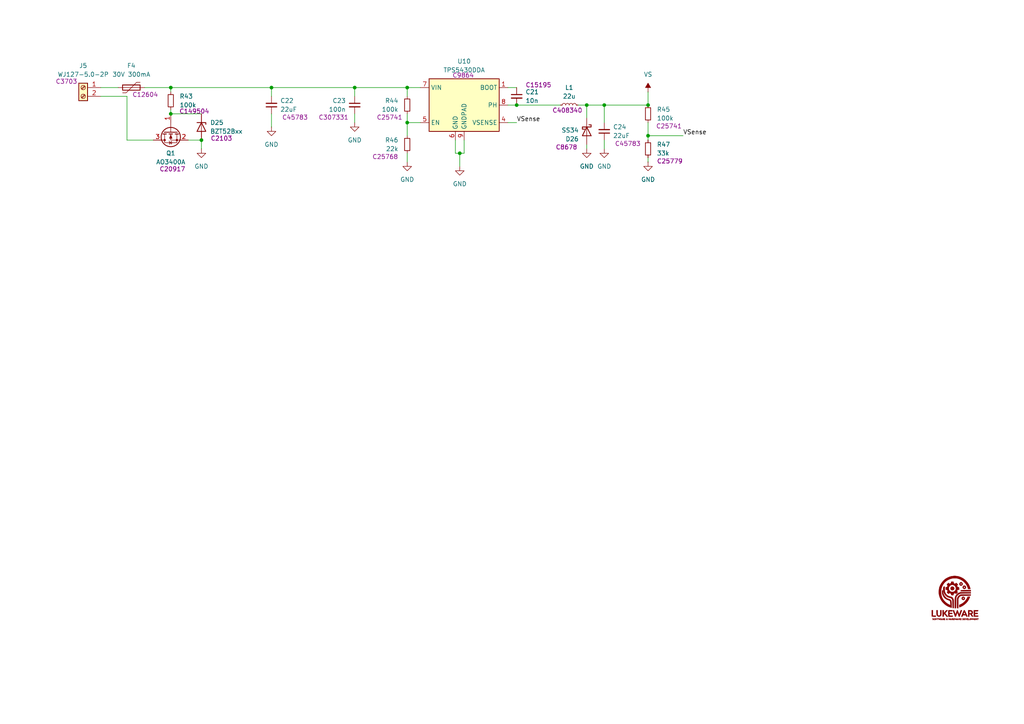
<source format=kicad_sch>
(kicad_sch (version 20231120) (generator "eeschema") (generator_version "8.0")
  (paper "A4")
  (title_block (title "SignalFlowLab") (date "2025-02-26") (rev "V 1.1") (company "LukeWare"))
  (lib_symbols
    (symbol "0_SignalFlowLab:LOGO" (pin_names (offset 1.016)))
    (symbol "Connector:Screw_Terminal_01x02" (pin_names (offset 1.016) hide)
      (property "Reference" "J" (at 0 2.54 0))
      (property "Value" "Screw_Terminal_01x02" (at 0 -5.08 0))
      (symbol "Screw_Terminal_01x02_1_1"
        (pin passive line (at -5.08 0 0) (length 3.81) (name "Pin_1") (number "1"))
        (pin passive line (at -5.08 -2.54 0) (length 3.81) (name "Pin_2") (number "2"))
      )
    )
    (symbol "Device:C_Small" (pin_numbers hide) (pin_names (offset 0.254) hide)
      (property "Reference" "C" (at 0.254 1.778 0))
      (property "Value" "C_Small" (at 0.254 -2.032 0))
      (symbol "C_Small_1_1"
        (pin passive line (at 0 2.54 270) (length 2.032) (name "~") (number "1"))
        (pin passive line (at 0 -2.54 90) (length 2.032) (name "~") (number "2"))
      )
    )
    (symbol "Device:L_Small" (pin_numbers hide) (pin_names (offset 0.254) hide)
      (property "Reference" "L" (at 0.762 1.016 0))
      (property "Value" "L_Small" (at 0.762 -1.016 0))
      (symbol "L_Small_1_1"
        (pin passive line (at 0 2.54 270) (length 0.508) (name "~") (number "1"))
        (pin passive line (at 0 -2.54 90) (length 0.508) (name "~") (number "2"))
      )
    )
    (symbol "Device:Polyfuse" (pin_numbers hide) (pin_names (offset 0))
      (property "Reference" "F" (at -2.54 0 90))
      (property "Value" "Polyfuse" (at 2.54 0 90))
      (symbol "Polyfuse_1_1"
        (pin passive line (at 0 3.81 270) (length 1.27) (name "~") (number "1"))
        (pin passive line (at 0 -3.81 90) (length 1.27) (name "~") (number "2"))
      )
    )
    (symbol "Device:R_Small" (pin_numbers hide) (pin_names (offset 0.254) hide)
      (property "Reference" "R" (at 0.762 0.508 0))
      (property "Value" "R_Small" (at 0.762 -1.016 0))
      (symbol "R_Small_1_1"
        (pin passive line (at 0 2.54 270) (length 0.762) (name "~") (number "1"))
        (pin passive line (at 0 -2.54 90) (length 0.762) (name "~") (number "2"))
      )
    )
    (symbol "Diode:BZT52Bxx" (pin_numbers hide) (pin_names hide)
      (property "Reference" "D" (at 0 2.54 0))
      (property "Value" "BZT52Bxx" (at 0 -2.54 0))
      (symbol "BZT52Bxx_1_1"
        (pin passive line (at -3.81 0 0) (length 2.54) (name "K") (number "1"))
        (pin passive line (at 3.81 0 180) (length 2.54) (name "A") (number "2"))
      )
    )
    (symbol "Diode:SS34" (pin_numbers hide) (pin_names (offset 1.016) hide)
      (property "Reference" "D" (at 0 2.54 0))
      (property "Value" "SS34" (at 0 -2.54 0))
      (symbol "SS34_1_1"
        (pin passive line (at -3.81 0 0) (length 2.54) (name "K") (number "1"))
        (pin passive line (at 3.81 0 180) (length 2.54) (name "A") (number "2"))
      )
    )
    (symbol "Regulator_Switching:TPS5430DDA"
      (property "Reference" "U" (at -10.16 8.89 0))
      (property "Value" "TPS5430DDA" (at -1.27 8.89 0))
      (symbol "TPS5430DDA_1_1"
        (pin input line (at 12.7 5.08 180) (length 2.54) (name "BOOT") (number "1"))
        (pin no_connect line (at -10.16 2.54 0) (length 2.54) hide (name "NC") (number "2"))
        (pin no_connect line (at -10.16 -2.54 0) (length 2.54) hide (name "NC") (number "3"))
        (pin input line (at 12.7 -5.08 180) (length 2.54) (name "VSENSE") (number "4"))
        (pin input line (at -12.7 -5.08 0) (length 2.54) (name "EN") (number "5"))
        (pin power_in line (at -2.54 -10.16 90) (length 2.54) (name "GND") (number "6"))
        (pin power_in line (at -12.7 5.08 0) (length 2.54) (name "VIN") (number "7"))
        (pin output line (at 12.7 0 180) (length 2.54) (name "PH") (number "8"))
        (pin power_in line (at 0 -10.16 90) (length 2.54) (name "GNDPAD") (number "9"))
      )
    )
    (symbol "Transistor_FET:AO3400A" (pin_names hide)
      (property "Reference" "Q" (at 5.08 1.905 0))
      (property "Value" "AO3400A" (at 5.08 0 0))
      (symbol "AO3400A_1_1"
        (pin input line (at -5.08 0 0) (length 2.54) (name "G") (number "1"))
        (pin passive line (at 2.54 -5.08 90) (length 2.54) (name "S") (number "2"))
        (pin passive line (at 2.54 5.08 270) (length 2.54) (name "D") (number "3"))
      )
    )
    (symbol "power:GND" (power) (pin_numbers hide) (pin_names (offset 0) hide)
      (property "Value" "GND" (at 0 -3.81 0))
      (symbol "GND_1_1"
        (pin power_in line (at 0 0 270) (length 0) (name "~") (number "1"))
      )
    )
    (symbol "power:VS" (power) (pin_numbers hide) (pin_names (offset 0) hide)
      (property "Value" "VS" (at 0 3.556 0))
      (symbol "VS_1_1"
        (pin power_in line (at 0 0 90) (length 0) (name "~") (number "1"))
      )
    )
  )
  (junction (at 49.53 33.02))
  (junction (at 118.11 35.56))
  (junction (at 187.96 30.48))
  (junction (at 118.11 25.4))
  (junction (at 149.86 30.48))
  (junction (at 49.53 25.4))
  (junction (at 170.18 30.48))
  (junction (at 175.26 30.48))
  (junction (at 58.42 40.64))
  (junction (at 133.35 44.45))
  (junction (at 187.96 39.37))
  (junction (at 78.74 25.4))
  (junction (at 102.87 25.4))
  (wire (pts (xy 147.32 25.4) (xy 149.86 25.4)))
  (wire (pts (xy 187.96 26.67) (xy 187.96 30.48)))
  (wire (pts (xy 78.74 33.02) (xy 78.74 36.83)))
  (wire (pts (xy 170.18 30.48) (xy 167.64 30.48)))
  (wire (pts (xy 170.18 34.29) (xy 170.18 30.48)))
  (wire (pts (xy 175.26 30.48) (xy 170.18 30.48)))
  (wire (pts (xy 175.26 30.48) (xy 175.26 35.56)))
  (wire (pts (xy 118.11 25.4) (xy 121.92 25.4)))
  (wire (pts (xy 54.61 40.64) (xy 58.42 40.64)))
  (wire (pts (xy 147.32 35.56) (xy 149.86 35.56)))
  (wire (pts (xy 133.35 44.45) (xy 133.35 48.26)))
  (wire (pts (xy 132.08 44.45) (xy 133.35 44.45)))
  (wire (pts (xy 41.91 25.4) (xy 49.53 25.4)))
  (wire (pts (xy 58.42 40.64) (xy 58.42 43.18)))
  (wire (pts (xy 118.11 35.56) (xy 121.92 35.56)))
  (wire (pts (xy 118.11 27.94) (xy 118.11 25.4)))
  (wire (pts (xy 187.96 45.72) (xy 187.96 46.99)))
  (wire (pts (xy 187.96 39.37) (xy 187.96 40.64)))
  (wire (pts (xy 78.74 27.94) (xy 78.74 25.4)))
  (wire (pts (xy 49.53 31.75) (xy 49.53 33.02)))
  (wire (pts (xy 49.53 26.67) (xy 49.53 25.4)))
  (wire (pts (xy 170.18 41.91) (xy 170.18 43.18)))
  (wire (pts (xy 187.96 39.37) (xy 198.12 39.37)))
  (wire (pts (xy 36.83 27.94) (xy 36.83 40.64)))
  (wire (pts (xy 118.11 33.02) (xy 118.11 35.56)))
  (wire (pts (xy 134.62 40.64) (xy 134.62 44.45)))
  (wire (pts (xy 132.08 40.64) (xy 132.08 44.45)))
  (wire (pts (xy 149.86 30.48) (xy 162.56 30.48)))
  (wire (pts (xy 49.53 25.4) (xy 78.74 25.4)))
  (wire (pts (xy 175.26 40.64) (xy 175.26 43.18)))
  (wire (pts (xy 29.21 25.4) (xy 34.29 25.4)))
  (wire (pts (xy 102.87 33.02) (xy 102.87 35.56)))
  (wire (pts (xy 147.32 30.48) (xy 149.86 30.48)))
  (wire (pts (xy 175.26 30.48) (xy 187.96 30.48)))
  (wire (pts (xy 187.96 35.56) (xy 187.96 39.37)))
  (wire (pts (xy 118.11 35.56) (xy 118.11 39.37)))
  (wire (pts (xy 58.42 33.02) (xy 49.53 33.02)))
  (wire (pts (xy 134.62 44.45) (xy 133.35 44.45)))
  (wire (pts (xy 102.87 25.4) (xy 102.87 27.94)))
  (wire (pts (xy 36.83 40.64) (xy 44.45 40.64)))
  (wire (pts (xy 118.11 44.45) (xy 118.11 46.99)))
  (wire (pts (xy 102.87 25.4) (xy 118.11 25.4)))
  (wire (pts (xy 78.74 25.4) (xy 102.87 25.4)))
  (wire (pts (xy 29.21 27.94) (xy 36.83 27.94)))
  (label "VSense" (at 198.12 39.37 0))
  (label "VSense" (at 149.86 35.56 0))
  (symbol (lib_id "power:GND") (at 133.35 48.26 0) (unit 1)
    (property "Reference" "#PWR071" (effects (hide yes)))
    (property "Value" "GND" (at 133.35 53.34 0))
    (property "Description" "Power symbol creates a global label with name \"GND\" , ground" (effects (hide yes)))
  )
  (symbol (lib_id "power:VS") (at 187.96 26.67 0) (unit 1)
    (property "Reference" "#PWR068" (effects (hide yes)))
    (property "Value" "VS" (at 187.96 21.59 0))
    (property "Description" "Power symbol creates a global label with name \"VS\"" (effects (hide yes)))
  )
  (symbol (lib_id "power:GND") (at 175.26 43.18 0) (unit 1)
    (property "Reference" "#PWR092" (effects (hide yes)))
    (property "Value" "GND" (at 175.26 48.26 0))
    (property "Description" "Power symbol creates a global label with name \"GND\" , ground" (effects (hide yes)))
  )
  (symbol (lib_id "Device:L_Small") (at 165.1 30.48 270) (mirror x) (unit 1)
    (property "Reference" "L1" (at 165.1 25.4 90))
    (property "Value" "22u" (at 165.1 27.94 90))
    (property "Footprint" "Inductor_SMD:L_Sunlord_MWSA0402S" (effects (hide yes)))
    (property "Description" "Inductor, small symbol" (effects (hide yes)))
    (property "LCSC" " C408340" (at 164.084 32.004 90))
  )
  (symbol (lib_id "power:GND") (at 118.11 46.99 0) (unit 1)
    (property "Reference" "#PWR070" (effects (hide yes)))
    (property "Value" "GND" (at 118.11 52.07 0))
    (property "Description" "Power symbol creates a global label with name \"GND\" , ground" (effects (hide yes)))
  )
  (symbol (lib_id "power:GND") (at 58.42 43.18 0) (unit 1)
    (property "Reference" "#PWR091" (effects (hide yes)))
    (property "Value" "GND" (at 58.42 48.26 0))
    (property "Description" "Power symbol creates a global label with name \"GND\" , ground" (effects (hide yes)))
  )
  (symbol (lib_id "0_SignalFlowLab:LOGO") (at 276.86 173.99 0) (unit 1)
    (property "Reference" "#G8" (effects (hide yes)))
    (property "Value" "LOGO" (effects (hide yes)))
  )
  (symbol (lib_id "Device:C_Small") (at 102.87 30.48 0) (mirror y) (unit 1)
    (property "Reference" "C23" (at 100.33 29.2162 0) (effects (justify left)))
    (property "Value" "100n" (at 100.33 31.7562 0) (effects (justify left)))
    (property "Footprint" "Capacitor_SMD:C_0402_1005Metric" (effects (hide yes)))
    (property "Description" "Unpolarized capacitor, small symbol" (effects (hide yes)))
    (property "LCSC" " C307331" (at 96.266 34.036 0))
  )
  (symbol (lib_id "Regulator_Switching:TPS5430DDA") (at 134.62 30.48 0) (unit 1)
    (property "Reference" "U10" (at 134.62 17.78 0))
    (property "Value" "TPS5430DDA" (at 134.62 20.32 0))
    (property "Footprint" "Package_SO:TI_SO-PowerPAD-8_ThermalVias" (effects (hide yes)))
    (property "Datasheet" "http://www.ti.com/lit/ds/symlink/tps5430.pdf" (effects (hide yes)))
    (property "Description" "3A, Step Down Swift Converter, Adjustable Output Voltage, 5.5-36V Input Voltage, PowerSO-8" (effects (hide yes)))
    (property "LCSC" "C9864" (at 134.366 21.844 0))
  )
  (symbol (lib_id "Device:R_Small") (at 118.11 41.91 0) (unit 1)
    (property "Reference" "R46" (at 115.57 40.6399 0) (effects (justify right)))
    (property "Value" "22k" (at 115.57 43.1799 0) (effects (justify right)))
    (property "Footprint" "Resistor_SMD:R_0402_1005Metric" (effects (hide yes)))
    (property "Description" "Resistor, small symbol" (effects (hide yes)))
    (property "LCSC" " C25768" (at 111.252 45.466 0))
  )
  (symbol (lib_id "Connector:Screw_Terminal_01x02") (at 24.13 25.4 0) (mirror y) (unit 1)
    (property "Reference" "J5" (at 24.13 19.05 0))
    (property "Value" "WJ127-5.0-2P" (at 24.13 21.59 0))
    (property "Footprint" "TerminalBlock_Phoenix:TerminalBlock_Phoenix_PT-1,5-2-5.0-H_1x02_P5.00mm_Horizontal" (effects (hide yes)))
    (property "Description" "Generic screw terminal, single row, 01x02, script generated (kicad-library-utils/schlib/autogen/connector/)" (effects (hide yes)))
    (property "LCSC" " C3703" (at 18.796 23.622 0))
  )
  (symbol (lib_id "Device:R_Small") (at 118.11 30.48 0) (unit 1)
    (property "Reference" "R44" (at 115.57 29.2099 0) (effects (justify right)))
    (property "Value" "100k" (at 115.57 31.7499 0) (effects (justify right)))
    (property "Footprint" "Resistor_SMD:R_0402_1005Metric" (effects (hide yes)))
    (property "Description" "Resistor, small symbol" (effects (hide yes)))
    (property "LCSC" " C25741" (at 112.522 34.036 0))
  )
  (symbol (lib_id "Transistor_FET:AO3400A") (at 49.53 38.1 90) (mirror x) (unit 1)
    (property "Reference" "Q1" (at 49.53 44.45 90))
    (property "Value" "AO3400A" (at 49.53 46.99 90))
    (property "Footprint" "Package_TO_SOT_SMD:SOT-23" (effects (hide yes)))
    (property "Datasheet" "http://www.aosmd.com/pdfs/datasheet/AO3400A.pdf" (effects (hide yes)))
    (property "Description" "30V Vds, 5.7A Id, N-Channel MOSFET, SOT-23" (effects (hide yes)))
    (property "LCSC" " C20917" (at 49.53 49.022 90))
  )
  (symbol (lib_id "power:GND") (at 102.87 35.56 0) (unit 1)
    (property "Reference" "#PWR078" (effects (hide yes)))
    (property "Value" "GND" (at 102.87 40.64 0))
    (property "Description" "Power symbol creates a global label with name \"GND\" , ground" (effects (hide yes)))
  )
  (symbol (lib_id "Device:C_Small") (at 175.26 38.1 180) (unit 1)
    (property "Reference" "C24" (at 177.8 36.8235 0) (effects (justify right)))
    (property "Value" "22uF" (at 177.8 39.3635 0) (effects (justify right)))
    (property "Footprint" "Capacitor_SMD:C_0805_2012Metric" (effects (hide yes)))
    (property "Description" "Unpolarized capacitor, small symbol" (effects (hide yes)))
    (property "LCSC" " C45783" (at 181.61 41.656 0))
  )
  (symbol (lib_id "Device:R_Small") (at 187.96 43.18 0) (mirror y) (unit 1)
    (property "Reference" "R47" (at 190.5 41.9099 0) (effects (justify right)))
    (property "Value" "33k" (at 190.5 44.4499 0) (effects (justify right)))
    (property "Footprint" "Resistor_SMD:R_0402_1005Metric" (effects (hide yes)))
    (property "Description" "Resistor, small symbol" (effects (hide yes)))
    (property "LCSC" " C25779" (at 193.802 46.736 0))
  )
  (symbol (lib_id "Device:C_Small") (at 149.86 27.94 0) (unit 1)
    (property "Reference" "C21" (at 152.4 26.6762 0) (effects (justify left)))
    (property "Value" "10n" (at 152.4 29.2162 0) (effects (justify left)))
    (property "Footprint" "Capacitor_SMD:C_0402_1005Metric" (effects (hide yes)))
    (property "Description" "Unpolarized capacitor, small symbol" (effects (hide yes)))
    (property "LCSC" " C15195" (at 155.702 24.638 0))
  )
  (symbol (lib_id "Device:R_Small") (at 187.96 33.02 0) (mirror y) (unit 1)
    (property "Reference" "R45" (at 190.5 31.7499 0) (effects (justify right)))
    (property "Value" "100k" (at 190.5 34.2899 0) (effects (justify right)))
    (property "Footprint" "Resistor_SMD:R_0402_1005Metric" (effects (hide yes)))
    (property "Description" "Resistor, small symbol" (effects (hide yes)))
    (property "LCSC" " C25741" (at 193.548 36.576 0))
  )
  (symbol (lib_id "Device:R_Small") (at 49.53 29.21 0) (unit 1)
    (property "Reference" "R43" (at 52.07 27.9399 0) (effects (justify left)))
    (property "Value" "100k" (at 52.07 30.4799 0) (effects (justify left)))
    (property "Footprint" "Capacitor_SMD:C_0805_2012Metric" (effects (hide yes)))
    (property "Description" "Resistor, small symbol" (effects (hide yes)))
    (property "LCSC" " C149504" (at 55.88 32.258 0))
  )
  (symbol (lib_id "power:GND") (at 78.74 36.83 0) (unit 1)
    (property "Reference" "#PWR075" (effects (hide yes)))
    (property "Value" "GND" (at 78.74 41.91 0))
    (property "Description" "Power symbol creates a global label with name \"GND\" , ground" (effects (hide yes)))
  )
  (symbol (lib_id "power:GND") (at 170.18 43.18 0) (unit 1)
    (property "Reference" "#PWR072" (effects (hide yes)))
    (property "Value" "GND" (at 170.18 48.26 0))
    (property "Description" "Power symbol creates a global label with name \"GND\" , ground" (effects (hide yes)))
  )
  (symbol (lib_id "Diode:SS34") (at 170.18 38.1 270) (unit 1)
    (property "Reference" "D26" (at 167.894 40.3226 90) (effects (justify right)))
    (property "Value" "SS34" (at 167.894 37.7826 90) (effects (justify right)))
    (property "Footprint" "Diode_SMD:D_SMA" (effects (hide yes)))
    (property "Datasheet" "https://www.vishay.com/docs/88751/ss32.pdf" (effects (hide yes)))
    (property "Description" "40V 3A Schottky Diode, SMA" (effects (hide yes)))
    (property "LCSC" " C8678" (at 163.83 42.672 90))
  )
  (symbol (lib_id "Device:C_Small") (at 78.74 30.48 180) (unit 1)
    (property "Reference" "C22" (at 81.28 29.2035 0) (effects (justify right)))
    (property "Value" "22uF" (at 81.28 31.7435 0) (effects (justify right)))
    (property "Footprint" "Capacitor_SMD:C_0805_2012Metric" (effects (hide yes)))
    (property "Description" "Unpolarized capacitor, small symbol" (effects (hide yes)))
    (property "LCSC" " C45783" (at 85.09 34.036 0))
  )
  (symbol (lib_id "Device:Polyfuse") (at 38.1 25.4 90) (unit 1)
    (property "Reference" "F4" (at 38.1 19.05 90))
    (property "Value" "30V 300mA" (at 38.1 21.59 90))
    (property "Footprint" "Fuse:Fuse_1812_4532Metric" (effects (hide yes)))
    (property "Description" "Resettable fuse, polymeric positive temperature coefficient" (effects (hide yes)))
    (property "LCSC" " C12604" (at 41.656 27.432 90))
  )
  (symbol (lib_id "power:GND") (at 187.96 46.99 0) (unit 1)
    (property "Reference" "#PWR073" (effects (hide yes)))
    (property "Value" "GND" (at 187.96 52.07 0))
    (property "Description" "Power symbol creates a global label with name \"GND\" , ground" (effects (hide yes)))
  )
  (symbol (lib_id "Diode:BZT52Bxx") (at 58.42 36.83 270) (unit 1)
    (property "Reference" "D25" (at 60.96 35.5599 90) (effects (justify left)))
    (property "Value" "BZT52Bxx" (at 60.96 38.0999 90) (effects (justify left)))
    (property "Footprint" "Diode_SMD:D_SOD-123" (effects (hide yes)))
    (property "Datasheet" "https://diotec.com/tl_files/diotec/files/pdf/datasheets/bzt52b2v4.pdf" (effects (hide yes)))
    (property "Description" "Independent Type 9.4V~10.6V 350mW 10V SOD-123 Zener Diodes ROHS" (effects (hide yes)))
    (property "LCSC" " C2103" (at 63.754 40.132 90))
  )
)
</source>
